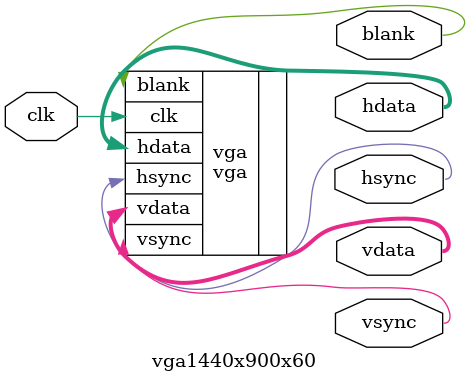
<source format=v>
`timescale 1ns / 100ps
module vga1440x900x60
(
	input wire clk,
	output wire hsync,
	output wire vsync,
	output wire [11:0] hdata,
	output wire [11:0] vdata,
	output wire blank
);
	 
	// Instantiate
	vga #(12, 1440, 1520, 1672, 1904, 900, 901, 903, 932, 1, 0) vga (
		.clk(clk), 
		.hdata(hdata),
		.vdata(vdata),
		.hsync(hsync),
		.vsync(vsync),
		.blank(blank)
	);

endmodule

</source>
